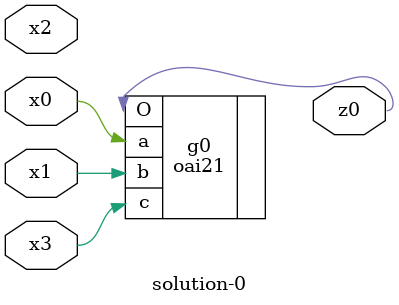
<source format=v>
module \solution-0 (
  x0, x1, x2, x3,
  z0 );
  input x0, x1, x2, x3;
  output z0;
  oai21  g0(.a(x0), .b(x1), .c(x3), .O(z0));
endmodule

</source>
